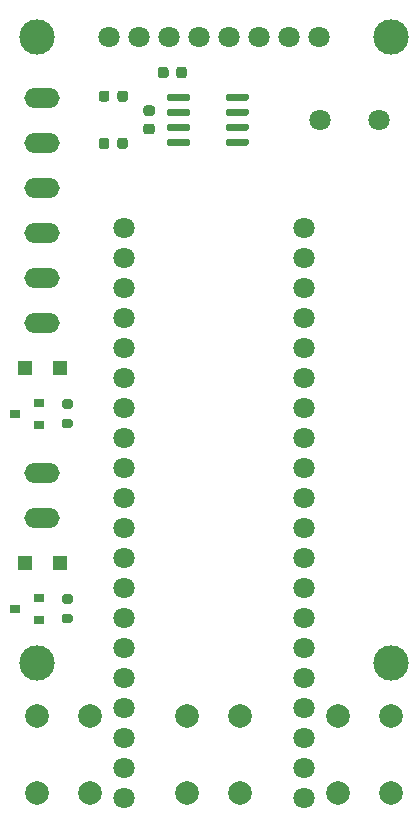
<source format=gbr>
%TF.GenerationSoftware,KiCad,Pcbnew,5.1.9*%
%TF.CreationDate,2020-12-25T23:56:19+01:00*%
%TF.ProjectId,reflow-oven,7265666c-6f77-42d6-9f76-656e2e6b6963,rev?*%
%TF.SameCoordinates,Original*%
%TF.FileFunction,Soldermask,Bot*%
%TF.FilePolarity,Negative*%
%FSLAX46Y46*%
G04 Gerber Fmt 4.6, Leading zero omitted, Abs format (unit mm)*
G04 Created by KiCad (PCBNEW 5.1.9) date 2020-12-25 23:56:19*
%MOMM*%
%LPD*%
G01*
G04 APERTURE LIST*
%ADD10R,0.900000X0.800000*%
%ADD11R,1.250000X1.220000*%
%ADD12O,3.000000X1.700000*%
%ADD13C,1.800000*%
%ADD14C,3.000000*%
%ADD15C,2.000000*%
G04 APERTURE END LIST*
%TO.C,R5*%
G36*
G01*
X-12675000Y-18825000D02*
X-12125000Y-18825000D01*
G75*
G02*
X-11925000Y-19025000I0J-200000D01*
G01*
X-11925000Y-19425000D01*
G75*
G02*
X-12125000Y-19625000I-200000J0D01*
G01*
X-12675000Y-19625000D01*
G75*
G02*
X-12875000Y-19425000I0J200000D01*
G01*
X-12875000Y-19025000D01*
G75*
G02*
X-12675000Y-18825000I200000J0D01*
G01*
G37*
G36*
G01*
X-12675000Y-17175000D02*
X-12125000Y-17175000D01*
G75*
G02*
X-11925000Y-17375000I0J-200000D01*
G01*
X-11925000Y-17775000D01*
G75*
G02*
X-12125000Y-17975000I-200000J0D01*
G01*
X-12675000Y-17975000D01*
G75*
G02*
X-12875000Y-17775000I0J200000D01*
G01*
X-12875000Y-17375000D01*
G75*
G02*
X-12675000Y-17175000I200000J0D01*
G01*
G37*
%TD*%
%TO.C,R4*%
G36*
G01*
X-12675000Y-2325000D02*
X-12125000Y-2325000D01*
G75*
G02*
X-11925000Y-2525000I0J-200000D01*
G01*
X-11925000Y-2925000D01*
G75*
G02*
X-12125000Y-3125000I-200000J0D01*
G01*
X-12675000Y-3125000D01*
G75*
G02*
X-12875000Y-2925000I0J200000D01*
G01*
X-12875000Y-2525000D01*
G75*
G02*
X-12675000Y-2325000I200000J0D01*
G01*
G37*
G36*
G01*
X-12675000Y-675000D02*
X-12125000Y-675000D01*
G75*
G02*
X-11925000Y-875000I0J-200000D01*
G01*
X-11925000Y-1275000D01*
G75*
G02*
X-12125000Y-1475000I-200000J0D01*
G01*
X-12675000Y-1475000D01*
G75*
G02*
X-12875000Y-1275000I0J200000D01*
G01*
X-12875000Y-875000D01*
G75*
G02*
X-12675000Y-675000I200000J0D01*
G01*
G37*
%TD*%
D10*
%TO.C,Q2*%
X-16800000Y-18400000D03*
X-14800000Y-19350000D03*
X-14800000Y-17450000D03*
%TD*%
%TO.C,Q1*%
X-16800000Y-1900000D03*
X-14800000Y-2850000D03*
X-14800000Y-950000D03*
%TD*%
D11*
%TO.C,D2*%
X-15975000Y-14500000D03*
X-13025000Y-14500000D03*
%TD*%
%TO.C,D1*%
X-15975000Y2000000D03*
X-13025000Y2000000D03*
%TD*%
D12*
%TO.C,J4*%
X-14520000Y-6905000D03*
X-14520000Y-10715000D03*
%TD*%
%TO.C,J3*%
X-14520000Y9605000D03*
X-14520000Y5795000D03*
%TD*%
%TO.C,J2*%
X-14520000Y24845000D03*
X-14520000Y21035000D03*
%TD*%
%TO.C,J1*%
X-14520000Y17225000D03*
X-14520000Y13415000D03*
%TD*%
D13*
%TO.C,BZ1*%
X9000000Y23000000D03*
X14000000Y23000000D03*
%TD*%
%TO.C,DS1*%
X8890000Y30000000D03*
X6350000Y30000000D03*
X3810000Y30000000D03*
X1270000Y30000000D03*
X-1270000Y30000000D03*
X-3810000Y30000000D03*
X-6350000Y30000000D03*
X-8890000Y30000000D03*
D14*
X15000000Y-23000000D03*
X-15000000Y-23000000D03*
X15000000Y30000000D03*
X-15000000Y30000000D03*
%TD*%
%TO.C,FB2*%
G36*
G01*
X-8150000Y20743750D02*
X-8150000Y21256250D01*
G75*
G02*
X-7931250Y21475000I218750J0D01*
G01*
X-7493750Y21475000D01*
G75*
G02*
X-7275000Y21256250I0J-218750D01*
G01*
X-7275000Y20743750D01*
G75*
G02*
X-7493750Y20525000I-218750J0D01*
G01*
X-7931250Y20525000D01*
G75*
G02*
X-8150000Y20743750I0J218750D01*
G01*
G37*
G36*
G01*
X-9725000Y20743750D02*
X-9725000Y21256250D01*
G75*
G02*
X-9506250Y21475000I218750J0D01*
G01*
X-9068750Y21475000D01*
G75*
G02*
X-8850000Y21256250I0J-218750D01*
G01*
X-8850000Y20743750D01*
G75*
G02*
X-9068750Y20525000I-218750J0D01*
G01*
X-9506250Y20525000D01*
G75*
G02*
X-9725000Y20743750I0J218750D01*
G01*
G37*
%TD*%
%TO.C,FB1*%
G36*
G01*
X-8150000Y24743750D02*
X-8150000Y25256250D01*
G75*
G02*
X-7931250Y25475000I218750J0D01*
G01*
X-7493750Y25475000D01*
G75*
G02*
X-7275000Y25256250I0J-218750D01*
G01*
X-7275000Y24743750D01*
G75*
G02*
X-7493750Y24525000I-218750J0D01*
G01*
X-7931250Y24525000D01*
G75*
G02*
X-8150000Y24743750I0J218750D01*
G01*
G37*
G36*
G01*
X-9725000Y24743750D02*
X-9725000Y25256250D01*
G75*
G02*
X-9506250Y25475000I218750J0D01*
G01*
X-9068750Y25475000D01*
G75*
G02*
X-8850000Y25256250I0J-218750D01*
G01*
X-8850000Y24743750D01*
G75*
G02*
X-9068750Y24525000I-218750J0D01*
G01*
X-9506250Y24525000D01*
G75*
G02*
X-9725000Y24743750I0J218750D01*
G01*
G37*
%TD*%
%TO.C,C2*%
G36*
G01*
X-5721000Y22675000D02*
X-5221000Y22675000D01*
G75*
G02*
X-4996000Y22450000I0J-225000D01*
G01*
X-4996000Y22000000D01*
G75*
G02*
X-5221000Y21775000I-225000J0D01*
G01*
X-5721000Y21775000D01*
G75*
G02*
X-5946000Y22000000I0J225000D01*
G01*
X-5946000Y22450000D01*
G75*
G02*
X-5721000Y22675000I225000J0D01*
G01*
G37*
G36*
G01*
X-5721000Y24225000D02*
X-5221000Y24225000D01*
G75*
G02*
X-4996000Y24000000I0J-225000D01*
G01*
X-4996000Y23550000D01*
G75*
G02*
X-5221000Y23325000I-225000J0D01*
G01*
X-5721000Y23325000D01*
G75*
G02*
X-5946000Y23550000I0J225000D01*
G01*
X-5946000Y24000000D01*
G75*
G02*
X-5721000Y24225000I225000J0D01*
G01*
G37*
%TD*%
%TO.C,C1*%
G36*
G01*
X-3175000Y26750000D02*
X-3175000Y27250000D01*
G75*
G02*
X-2950000Y27475000I225000J0D01*
G01*
X-2500000Y27475000D01*
G75*
G02*
X-2275000Y27250000I0J-225000D01*
G01*
X-2275000Y26750000D01*
G75*
G02*
X-2500000Y26525000I-225000J0D01*
G01*
X-2950000Y26525000D01*
G75*
G02*
X-3175000Y26750000I0J225000D01*
G01*
G37*
G36*
G01*
X-4725000Y26750000D02*
X-4725000Y27250000D01*
G75*
G02*
X-4500000Y27475000I225000J0D01*
G01*
X-4050000Y27475000D01*
G75*
G02*
X-3825000Y27250000I0J-225000D01*
G01*
X-3825000Y26750000D01*
G75*
G02*
X-4050000Y26525000I-225000J0D01*
G01*
X-4500000Y26525000D01*
G75*
G02*
X-4725000Y26750000I0J225000D01*
G01*
G37*
%TD*%
%TO.C,U2*%
G36*
G01*
X1000000Y20945000D02*
X1000000Y21245000D01*
G75*
G02*
X1150000Y21395000I150000J0D01*
G01*
X2800000Y21395000D01*
G75*
G02*
X2950000Y21245000I0J-150000D01*
G01*
X2950000Y20945000D01*
G75*
G02*
X2800000Y20795000I-150000J0D01*
G01*
X1150000Y20795000D01*
G75*
G02*
X1000000Y20945000I0J150000D01*
G01*
G37*
G36*
G01*
X1000000Y22215000D02*
X1000000Y22515000D01*
G75*
G02*
X1150000Y22665000I150000J0D01*
G01*
X2800000Y22665000D01*
G75*
G02*
X2950000Y22515000I0J-150000D01*
G01*
X2950000Y22215000D01*
G75*
G02*
X2800000Y22065000I-150000J0D01*
G01*
X1150000Y22065000D01*
G75*
G02*
X1000000Y22215000I0J150000D01*
G01*
G37*
G36*
G01*
X1000000Y23485000D02*
X1000000Y23785000D01*
G75*
G02*
X1150000Y23935000I150000J0D01*
G01*
X2800000Y23935000D01*
G75*
G02*
X2950000Y23785000I0J-150000D01*
G01*
X2950000Y23485000D01*
G75*
G02*
X2800000Y23335000I-150000J0D01*
G01*
X1150000Y23335000D01*
G75*
G02*
X1000000Y23485000I0J150000D01*
G01*
G37*
G36*
G01*
X1000000Y24755000D02*
X1000000Y25055000D01*
G75*
G02*
X1150000Y25205000I150000J0D01*
G01*
X2800000Y25205000D01*
G75*
G02*
X2950000Y25055000I0J-150000D01*
G01*
X2950000Y24755000D01*
G75*
G02*
X2800000Y24605000I-150000J0D01*
G01*
X1150000Y24605000D01*
G75*
G02*
X1000000Y24755000I0J150000D01*
G01*
G37*
G36*
G01*
X-3950000Y24755000D02*
X-3950000Y25055000D01*
G75*
G02*
X-3800000Y25205000I150000J0D01*
G01*
X-2150000Y25205000D01*
G75*
G02*
X-2000000Y25055000I0J-150000D01*
G01*
X-2000000Y24755000D01*
G75*
G02*
X-2150000Y24605000I-150000J0D01*
G01*
X-3800000Y24605000D01*
G75*
G02*
X-3950000Y24755000I0J150000D01*
G01*
G37*
G36*
G01*
X-3950000Y23485000D02*
X-3950000Y23785000D01*
G75*
G02*
X-3800000Y23935000I150000J0D01*
G01*
X-2150000Y23935000D01*
G75*
G02*
X-2000000Y23785000I0J-150000D01*
G01*
X-2000000Y23485000D01*
G75*
G02*
X-2150000Y23335000I-150000J0D01*
G01*
X-3800000Y23335000D01*
G75*
G02*
X-3950000Y23485000I0J150000D01*
G01*
G37*
G36*
G01*
X-3950000Y22215000D02*
X-3950000Y22515000D01*
G75*
G02*
X-3800000Y22665000I150000J0D01*
G01*
X-2150000Y22665000D01*
G75*
G02*
X-2000000Y22515000I0J-150000D01*
G01*
X-2000000Y22215000D01*
G75*
G02*
X-2150000Y22065000I-150000J0D01*
G01*
X-3800000Y22065000D01*
G75*
G02*
X-3950000Y22215000I0J150000D01*
G01*
G37*
G36*
G01*
X-3950000Y20945000D02*
X-3950000Y21245000D01*
G75*
G02*
X-3800000Y21395000I150000J0D01*
G01*
X-2150000Y21395000D01*
G75*
G02*
X-2000000Y21245000I0J-150000D01*
G01*
X-2000000Y20945000D01*
G75*
G02*
X-2150000Y20795000I-150000J0D01*
G01*
X-3800000Y20795000D01*
G75*
G02*
X-3950000Y20945000I0J150000D01*
G01*
G37*
%TD*%
D13*
%TO.C,U1*%
X-7620000Y-34392000D03*
X-7620000Y-31852000D03*
X-7620000Y-29312000D03*
X-7620000Y-26772000D03*
X-7620000Y-24232000D03*
X-7620000Y-21692000D03*
X-7620000Y-19152000D03*
X-7620000Y-16612000D03*
X-7620000Y-14072000D03*
X-7620000Y-11532000D03*
X-7620000Y-8992000D03*
X-7620000Y-6452000D03*
X-7620000Y-3912000D03*
X-7620000Y-1372000D03*
X-7620000Y1168000D03*
X-7620000Y3708000D03*
X-7620000Y6248000D03*
X-7620000Y8788000D03*
X-7620000Y11328000D03*
X-7620000Y13868000D03*
X7620000Y13868000D03*
X7620000Y11328000D03*
X7620000Y8788000D03*
X7620000Y6248000D03*
X7620000Y3708000D03*
X7620000Y1168000D03*
X7620000Y-1372000D03*
X7620000Y-3912000D03*
X7620000Y-6452000D03*
X7620000Y-8992000D03*
X7620000Y-11532000D03*
X7620000Y-14072000D03*
X7620000Y-16612000D03*
X7620000Y-19152000D03*
X7620000Y-21692000D03*
X7620000Y-24232000D03*
X7620000Y-26772000D03*
X7620000Y-29312000D03*
X7620000Y-31852000D03*
X7620000Y-34392000D03*
%TD*%
D15*
%TO.C,SW1*%
X-10500000Y-34000000D03*
X-15000000Y-34000000D03*
X-10500000Y-27500000D03*
X-15000000Y-27500000D03*
%TD*%
%TO.C,SW2*%
X-2250000Y-27500000D03*
X2250000Y-27500000D03*
X-2250000Y-34000000D03*
X2250000Y-34000000D03*
%TD*%
%TO.C,SW3*%
X15000000Y-34000000D03*
X10500000Y-34000000D03*
X15000000Y-27500000D03*
X10500000Y-27500000D03*
%TD*%
M02*

</source>
